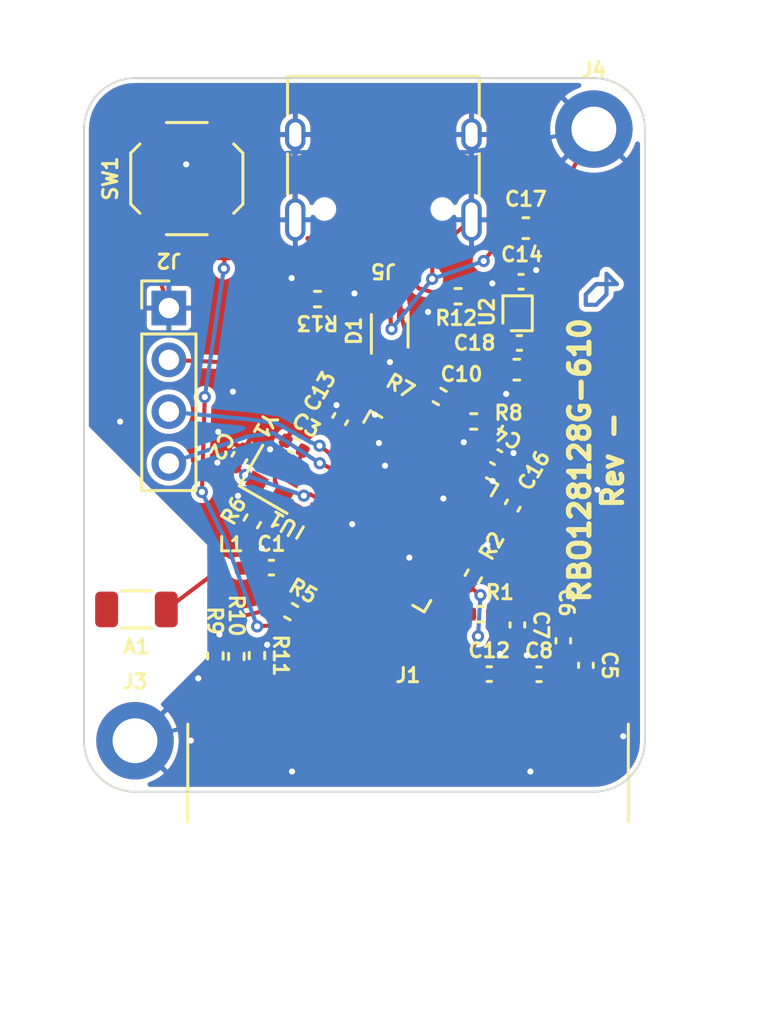
<source format=kicad_pcb>
(kicad_pcb (version 20211014) (generator pcbnew)
  (layers (0 "F.Cu" signal) (31 "B.Cu" signal) (34 "B.Paste" user) (35 "F.Paste" user) (36 "B.SilkS" user "B.Silkscreen") (37 "F.SilkS" user "F.Silkscreen") (38 "B.Mask" user) (39 "F.Mask" user) (44 "Edge.Cuts" user))
  (net 0 "")
  (net 1 "Net-(A1-Pad1)")
  (net 3 "Net-(C1-Pad1)")
  (net 4 "Net-(C1-Pad2)")
  (net 5 "GND")
  (net 6 "Net-(C2-Pad2)")
  (net 7 "Net-(C3-Pad2)")
  (net 8 "Net-(C4-Pad1)")
  (net 9 "Net-(C5-Pad2)")
  (net 10 "Net-(C6-Pad2)")
  (net 11 "Net-(C7-Pad2)")
  (net 12 "Net-(C8-Pad1)")
  (net 13 "Net-(C8-Pad2)")
  (net 14 "VDD")
  (net 15 "VBUS")
  (net 16 "D+")
  (net 17 "D-")
  (net 18 "TX")
  (net 19 "RX")
  (net 20 "Net-(J5-PadA5)")
  (net 22 "Net-(J5-PadB5)")
  (net 25 "GPIO0")
  (net 26 "CHIP_PU")
  (net 27 "Net-(R7-Pad2)")
  (net 28 "Net-(R8-Pad1)")
  (net 29 "Net-(J1-Pad1)")
  (net 30 "Net-(J1-Pad2)")
  (net 31 "Net-(J1-Pad3)")
  (net 32 "LCDCS")
  (net 33 "LCDRST")
  (net 34 "LCDA0")
  (net 35 "LCD_RDWR")
  (net 36 "LCD_E_RD")
  (net 37 "LCD_DB0")
  (net 38 "LCD_DB1")
  (net 39 "LCD_DB2")
  (net 40 "LCD_DB3")
  (net 41 "LCD_DB4")
  (net 42 "LCD_DB5")
  (net 43 "LCDSCK")
  (net 44 "LCDSDA")
  (net 49 "DAC1")
  (net 50 "DAC2")
  (footprint "Resistor_SMD:R_0402_1005Metric" (layer "F.Cu") (at 127.34 70.7)
    (fp_text reference "R12")
    (fp_text value "5.1k")
  )
  (footprint "Resistor_SMD:R_0402_1005Metric" (layer "F.Cu") (at 120.45 70.84 180)
    (fp_text reference "R13")
    (fp_text value "5.1k")
  )
  (footprint "Resistor_SMD:R_0402_1005Metric" (layer "F.Cu") (at 128.09 84.45 60)
    (fp_text reference "R2")
    (fp_text value "10k")
  )
  (footprint "Resistor_SMD:R_0402_1005Metric" (layer "F.Cu") (at 117.48 88.32 -90)
    (fp_text reference "R11")
    (fp_text value "22")
  )
  (footprint "Capacitor_SMD:C_0402_1005Metric" (layer "F.Cu") (at 129.21 78.59 -30)
    (fp_text reference "C4")
    (fp_text value "1u")
  )
  (footprint "cnhardware:RBO128128G-610" (layer "F.Cu") (at 124.89 91.6875)
    (fp_text reference "J1")
    (fp_text value "RBO128128G-610")
  )
  (footprint "Resistor_SMD:R_0402_1005Metric" (layer "F.Cu") (at 128.11 76.84 180)
    (fp_text reference "R8")
    (fp_text value "22")
  )
  (footprint "cnhardware:xdfn-reg" (layer "F.Cu") (at 130.26 71.54)
    (fp_text reference "U2")
    (fp_text value "3.3vReg")
  )
  (footprint "Capacitor_SMD:C_0402_1005Metric" (layer "F.Cu") (at 132.5 87.6 -90)
    (fp_text reference "C6")
    (fp_text value "1u")
  )
  (footprint "Crystal:Crystal_SMD_2016-4Pin_2.0x1.6mm" (layer "F.Cu") (at 118.36 79.68 -30)
    (fp_text reference "Y1")
    (fp_text value "40MHz")
  )
  (footprint "Capacitor_SMD:C_0402_1005Metric" (layer "F.Cu") (at 130.35 72.99)
    (fp_text reference "C18")
    (fp_text value "1u")
  )
  (footprint "Package_TO_SOT_SMD:SOT-666" (layer "F.Cu") (at 123.99 72.4 90)
    (fp_text reference "D1")
    (fp_text value "USBLC6-2P6-TVS")
  )
  (footprint "Capacitor_SMD:C_0402_1005Metric" (layer "F.Cu") (at 116.62 78.63 -120)
    (fp_text reference "C2")
    (fp_text value "10p")
  )
  (footprint "Connector_PinHeader_2.54mm:PinHeader_1x04_P2.54mm_Vertical" (layer "F.Cu") (at 113.16 71.28)
    (fp_text reference "J2")
    (fp_text value "PGM")
  )
  (footprint "Capacitor_SMD:C_0402_1005Metric" (layer "F.Cu") (at 121.56 76.725692 60)
    (fp_text reference "C13")
    (fp_text value "1u")
  )
  (footprint "Capacitor_SMD:C_0402_1005Metric" (layer "F.Cu") (at 133.61 88.8 -90)
    (fp_text reference "C5")
    (fp_text value "1u")
  )
  (footprint "Button_Switch_SMD:SW_SPST_TL3342" (layer "F.Cu") (at 114.04 64.93 90)
    (fp_text reference "SW1")
    (fp_text value "TS-1187A-B-A-B")
  )
  (footprint "Inductor_SMD:L_0402_1005Metric" (layer "F.Cu") (at 116.2 84.04)
    (fp_text reference "L1")
    (fp_text value "6.8nH")
  )
  (footprint "MountingHole:MountingHole_2.2mm_M2_DIN965_Pad" (layer "F.Cu") (at 111.5 92.5)
    (fp_text reference "J3")
    (fp_text value "MOUNT")
  )
  (footprint "Capacitor_SMD:C_0603_1608Metric" (layer "F.Cu") (at 130.22 74.3)
    (fp_text reference "C10")
    (fp_text value "10u")
  )
  (footprint "Resistor_SMD:R_0402_1005Metric" (layer "F.Cu") (at 126.438327 75.615 -30)
    (fp_text reference "R7")
    (fp_text value "22")
  )
  (footprint "Capacitor_SMD:C_0402_1005Metric" (layer "F.Cu") (at 119.31 78.03 -30)
    (fp_text reference "C3")
    (fp_text value "10p")
  )
  (footprint "Resistor_SMD:R_0402_1005Metric" (layer "F.Cu") (at 119.16 86.17 -30)
    (fp_text reference "R5")
    (fp_text value "5.1k")
  )
  (footprint "Capacitor_SMD:C_0402_1005Metric" (layer "F.Cu") (at 128.87 89.23)
    (fp_text reference "C12")
    (fp_text value "1u")
  )
  (footprint "Capacitor_SMD:C_0402_1005Metric" (layer "F.Cu") (at 130.43 69.99 180)
    (fp_text reference "C14")
    (fp_text value "1u")
  )
  (footprint "Resistor_SMD:R_1206_3216Metric" (layer "F.Cu") (at 111.57 86.06 180)
    (fp_text reference "A1")
    (fp_text value "ANT")
  )
  (footprint "Resistor_SMD:R_0402_1005Metric" (layer "F.Cu") (at 115.44 88.34 -90)
    (fp_text reference "R9")
    (fp_text value "22")
  )
  (footprint "Resistor_SMD:R_0402_1005Metric" (layer "F.Cu") (at 128.47 86.29)
    (fp_text reference "R1")
    (fp_text value "10k")
  )
  (footprint "Connector_USB:USB_C_Receptacle_HRO_TYPE-C-31-M-12" (layer "F.Cu") (at 123.68 63.82 180)
    (fp_text reference "J5")
    (fp_text value "USB_C_Receptacle_USB2.0")
  )
  (footprint "MountingHole:MountingHole_2.2mm_M2_DIN965_Pad" (layer "F.Cu") (at 134 62.5)
    (fp_text reference "J4")
    (fp_text value "MOUNT")
  )
  (footprint "Capacitor_SMD:C_0402_1005Metric" (layer "F.Cu") (at 130.25 86.82 -90)
    (fp_text reference "C7")
    (fp_text value "1u")
  )
  (footprint "Capacitor_SMD:C_0402_1005Metric" (layer "F.Cu") (at 131.31 89.24)
    (fp_text reference "C8")
    (fp_text value "1u")
  )
  (footprint "Capacitor_SMD:C_0402_1005Metric" (layer "F.Cu") (at 118.19 84.01)
    (fp_text reference "C1")
    (fp_text value "10p")
  )
  (footprint "Capacitor_SMD:C_0402_1005Metric" (layer "F.Cu") (at 130.02 80.965692 60)
    (fp_text reference "C16")
    (fp_text value "1u")
  )
  (footprint "Resistor_SMD:R_0402_1005Metric" (layer "F.Cu") (at 117.25 81.74 -120)
    (fp_text reference "R6")
    (fp_text value "5.1k")
  )
  (footprint "Capacitor_SMD:C_0603_1608Metric" (layer "F.Cu") (at 130.665 67.36)
    (fp_text reference "C17")
    (fp_text value "10u")
  )
  (footprint "cnhardware:ESP32S2" (layer "F.Cu") (at 124.36 81.25 60)
    (fp_text reference "U1")
    (fp_text value "ESP32-S2")
  )
  (footprint "Resistor_SMD:R_0402_1005Metric" (layer "F.Cu") (at 116.47 88.37 -90)
    (fp_text reference "R10")
    (fp_text value "22")
  )
  (gr_line (start 111.5 60) (end 134 60) (layer "Edge.Cuts") (width 0.1))
  (gr_line (start 109 92.5) (end 109 62.5) (layer "Edge.Cuts") (width 0.1))
  (gr_line (start 134 95) (end 111.5 95) (layer "Edge.Cuts") (width 0.1))
  (gr_arc (start 111.5 95) (mid 109.732233 94.267767) (end 109 92.5) (layer "Edge.Cuts") (width 0.1))
  (gr_arc (start 109 62.5) (mid 109.732233 60.732233) (end 111.5 60) (layer "Edge.Cuts") (width 0.1))
  (gr_arc (start 134 60) (mid 135.767767 60.732233) (end 136.5 62.5) (layer "Edge.Cuts") (width 0.1))
  (gr_line (start 136.5 62.5) (end 136.5 92.5) (layer "Edge.Cuts") (width 0.1))
  (gr_arc (start 136.5 92.5) (mid 135.767767 94.267767) (end 134 95) (layer "Edge.Cuts") (width 0.1))
  (gr_text "RBO128128G-610\nRev -" (at 134.112 78.74 90) (layer "F.SilkS") (effects (font (size 1 1) (thickness 0.25))))
  (segment (start 134.112 71.12) (end 133.604 71.12) (width 0.2) (layer "F.Cu") (net 0))
  (segment (start 134.112 70.104) (end 135.128 70.104) (width 0.2) (layer "F.Cu") (net 0))
  (segment (start 134.62 69.596) (end 134.62 70.612) (width 0.2) (layer "F.Cu") (net 0))
  (segment (start 133.604 71.12) (end 133.604 70.612) (width 0.2) (layer "F.Cu") (net 0))
  (segment (start 134.62 70.612) (end 134.112 71.12) (width 0.2) (layer "F.Cu") (net 0))
  (segment (start 135.128 70.104) (end 134.62 69.596) (width 0.2) (layer "F.Cu") (net 0))
  (segment (start 133.604 70.612) (end 134.112 70.104) (width 0.2) (layer "F.Cu") (net 0))
  (segment (start 134.62 70.612) (end 134.112 71.12) (width 0.2) (layer "B.Cu") (net 0))
  (segment (start 134.112 71.12) (end 133.604 71.12) (width 0.2) (layer "B.Cu") (net 0))
  (segment (start 133.604 71.12) (end 133.604 70.612) (width 0.2) (layer "B.Cu") (net 0))
  (segment (start 134.112 70.104) (end 135.128 70.104) (width 0.2) (layer "B.Cu") (net 0))
  (segment (start 134.62 69.596) (end 134.62 70.612) (width 0.2) (layer "B.Cu") (net 0))
  (segment (start 135.128 70.104) (end 134.62 69.596) (width 0.2) (layer "B.Cu") (net 0))
  (segment (start 133.604 70.612) (end 134.112 70.104) (width 0.2) (layer "B.Cu") (net 0))
  (segment (start 113.0325 86.06) (end 115.715 84.04) (width 0.2) (layer "F.Cu") (net 1))
  (segment (start 116.685 84.04) (end 117.71 84.01) (width 0.2) (layer "F.Cu") (net 3))
  (segment (start 119.99 83.85) (end 120.45 83.61) (width 0.2) (layer "F.Cu") (net 4))
  (segment (start 118.67 84.01) (end 119.99 83.85) (width 0.2) (layer "F.Cu") (net 4))
  (segment (start 120.45 83.61) (end 120.735994 83.126962) (width 0.2) (layer "F.Cu") (net 4))
  (segment (start 131.17 69.42) (end 131.44 67.36) (width 0.2) (layer "F.Cu") (net 5))
  (segment (start 119.32 67.81) (end 119.32 63.63) (width 0.2) (layer "F.Cu") (net 5))
  (segment (start 118.691218 80.506314) (end 117.93 80.76) (width 0.2) (layer "F.Cu") (net 5))
  (segment (start 127.85 70.7) (end 126.89 68.725) (width 0.2) (layer "F.Cu") (net 5))
  (segment (start 123.76 79.01) (end 126.62 80.62) (width 0.2) (layer "F.Cu") (net 5))
  (segment (start 129.43 87.31) (end 129.67 86.72) (width 0.2) (layer "F.Cu") (net 5))
  (segment (start 129.67 86.72) (end 130.25 86.34) (width 0.2) (layer "F.Cu") (net 5))
  (segment (start 131.38 70.57) (end 131.24 71.66) (width 0.2) (layer "F.Cu") (net 5))
  (segment (start 112.14 61.78) (end 114.01 64.23) (width 0.2) (layer "F.Cu") (net 5))
  (segment (start 117.03 80.52) (end 116.55 80.49) (width 0.2) (layer "F.Cu") (net 5))
  (segment (start 117.61 80.68) (end 117.03 80.52) (width 0.2) (layer "F.Cu") (net 5))
  (segment (start 130.25 86.34) (end 132.5 87.12) (width 0.2) (layer "F.Cu") (net 5))
  (segment (start 118.36 79.76) (end 118.36 79.48) (width 0.2) (layer "F.Cu") (net 5))
  (segment (start 123.285853 78.104147) (end 123.43 78.19) (width 0.2) (layer "F.Cu") (net 5))
  (segment (start 123.285853 78.104147) (end 123.46 77.9) (width 0.2) (layer "F.Cu") (net 5))
  (segment (start 118.028782 78.853686) (end 116.86 78.214308) (width 0.2) (layer "F.Cu") (net 5))
  (segment (start 132.5 87.12) (end 133.61 88.32) (width 0.2) (layer "F.Cu") (net 5))
  (segment (start 117.48 87.81) (end 117.98 87.79) (width 0.2) (layer "F.Cu") (net 5))
  (segment (start 127.85 70.7) (end 129.02 70.07) (width 0.2) (layer "F.Cu") (net 5))
  (segment (start 117.93 80.76) (end 117.61 80.68) (width 0.2) (layer "F.Cu") (net 5))
  (segment (start 118.028782 78.853686) (end 118.12 78.21) (width 0.2) (layer "F.Cu") (net 5))
  (segment (start 112.14 68.08) (end 113.16 71.28) (width 0.2) (layer "F.Cu") (net 5))
  (segment (start 131.44 67.36) (end 134 62.5) (width 0.2) (layer "F.Cu") (net 5))
  (segment (start 130.83 72.99) (end 130.995 74.3) (width 0.2) (layer "F.Cu") (net 5))
  (segment (start 123.99 73.325) (end 124 73.93) (width 0.2) (layer "F.Cu") (net 5))
  (segment (start 130.61 72.04) (end 130.83 72.99) (width 0.2) (layer "F.Cu") (net 5))
  (segment (start 118.028782 78.853686) (end 118.894308 77.79) (width 0.2) (layer "F.Cu") (net 5))
  (segment (start 131.24 71.66) (end 130.61 72.04) (width 0.2) (layer "F.Cu") (net 5))
  (segment (start 119.33 80.91) (end 118.691218 80.506314) (width 0.2) (layer "F.Cu") (net 5))
  (segment (start 129.35 89.23) (end 129.29 91.6875) (width 0.2) (layer "F.Cu") (net 5))
  (segment (start 130.26 71.54) (end 130.61 72.04) (width 0.2) (layer "F.Cu") (net 5))
  (segment (start 123.43 78.19) (end 123.76 79.01) (width 0.2) (layer "F.Cu") (net 5))
  (segment (start 126.93 67.865) (end 128 66.95) (width 0.2) (layer "F.Cu") (net 5))
  (segment (start 115.64 87.29) (end 115.44 87.83) (width 0.2) (layer "F.Cu") (net 5))
  (segment (start 128.636962 80.717084) (end 130.017518 79.892482) (width 0.2) (layer "F.Cu") (net 5))
  (segment (start 126.62 80.62) (end 124.95 83.52) (width 0.2) (layer "F.Cu") (net 5))
  (segment (start 129.35 89.23) (end 129.3912 88.2412) (width 0.2) (layer "F.Cu") (net 5))
  (segment (start 126.62 80.62) (end 127.508 80.264) (width 0.2) (layer "F.Cu") (net 5))
  (segment (start 130.017518 79.892482) (end 129.625692 78.83) (width 0.2) (layer "F.Cu") (net 5))
  (segment (start 118.691218 80.506314) (end 118.36 79.76) (width 0.2) (layer "F.Cu") (net 5))
  (segment (start 129.3912 88.2412) (end 129.43 87.31) (width 0.2) (layer "F.Cu") (net 5))
  (segment (start 118.36 79.48) (end 118.028782 78.853686) (width 0.2) (layer "F.Cu") (net 5))
  (segment (start 130.26 80.55) (end 130.017518 79.892482) (width 0.2) (layer "F.Cu") (net 5))
  (segment (start 131.17 69.42) (end 130.91 69.99) (width 0.2) (layer "F.Cu") (net 5))
  (segment (start 119.94 70.84) (end 120.39 68.725) (width 0.2) (layer "F.Cu") (net 5))
  (segment (start 130.91 69.99) (end 131.38 70.57) (width 0.2) (layer "F.Cu") (net 5))
  (segment (start 112.14 68.08) (end 112.14 61.78) (width 0.2) (layer "F.Cu") (net 5))
  (segment (start 130.06 78.39) (end 129.625692 78.83) (width 0.2) (layer "F.Cu") (net 5))
  (segment (start 120.283038 81.436506) (end 119.33 80.91) (width 0.2) (layer "F.Cu") (net 5))
  (via (at 128.77 82.87) (size 0.6) (drill 0.3) (layers "F.Cu" "B.Cu") (net 5))
  (via (at 129.3912 88.2412) (size 0.6) (drill 0.3) (layers "F.Cu" "B.Cu") (net 5))
  (via (at 122.15 81.88) (size 0.6) (drill 0.3) (layers "F.Cu" "B.Cu") (net 5))
  (via (at 116.3 75.38) (size 0.6) (drill 0.3) (layers "F.Cu" "B.Cu") (net 5))
  (via (at 118.12 78.21) (size 0.6) (drill 0.3) (layers "F.Cu" "B.Cu") (net 5))
  (via (at 126.62 80.62) (size 0.6) (drill 0.3) (layers "F.Cu" "B.Cu") (net 5))
  (via (at 123.46 77.9) (size 0.6) (drill 0.3) (layers "F.Cu" "B.Cu") (net 5))
  (via (at 129.032 79.756) (size 0.6) (drill 0.3) (layers "F.Cu" "B.Cu") (net 5))
  (via (at 131.17 69.42) (size 0.6) (drill 0.3) (layers "F.Cu" "B.Cu") (net 5))
  (via (at 122.26 70.56) (size 0.6) (drill 0.3) (layers "F.Cu" "B.Cu") (net 5))
  (via (at 110.77 76.85) (size 0.6) (drill 0.3) (layers "F.Cu" "B.Cu") (net 5))
  (via (at 117.71 83.06) (size 0.6) (drill 0.3) (layers "F.Cu" "B.Cu") (net 5))
  (via (at 115.58 77.35) (size 0.6) (drill 0.3) (layers "F.Cu" "B.Cu") (net 5))
  (via (at 125.87 71.47) (size 0.6) (drill 0.3) (layers "F.Cu" "B.Cu") (net 5))
  (via (at 114.6 89.44) (size 0.6) (drill 0.3) (layers "F.Cu" "B.Cu") (net 5))
  (via (at 116.55 80.49) (size 0.6) (drill 0.3) (layers "F.Cu" "B.Cu") (net 5))
  (via (at 129.7 75.49) (size 0.6) (drill 0.3) (layers "F.Cu" "B.Cu") (net 5))
  (via (at 123.26 76.51) (size 0.6) (drill 0.3) (layers "F.Cu" "B.Cu") (net 5))
  (via (at 130.71 88.31) (size 0.6) (drill 0.3) (layers "F.Cu" "B.Cu") (net 5))
  (via (at 124.95 83.52) (size 0.6) (drill 0.3) (layers "F.Cu" "B.Cu") (net 5))
  (via (at 127.62 77.86) (size 0.6) (drill 0.3) (layers "F.Cu" "B.Cu") (net 5))
  (via (at 135.44 92.28) (size 0.6) (drill 0.3) (layers "F.Cu" "B.Cu") (net 5))
  (via (at 114.24 92.49) (size 0.6) (drill 0.3) (layers "F.Cu" "B.Cu") (net 5))
  (via (at 119.2 94.01) (size 0.6) (drill 0.3) (layers "F.Cu" "B.Cu") (net 5))
  (via (at 124 73.93) (size 0.6) (drill 0.3) (layers "F.Cu" "B.Cu") (net 5))
  (via (at 117.98 87.79) (size 0.6) (drill 0.3) (layers "F.Cu" "B.Cu") (net 5))
  (via (at 114.01 64.23) (size 0.6) (drill 0.3) (layers "F.Cu" "B.Cu") (net 5))
  (via (at 123.76 79.01) (size 0.6) (drill 0.3) (layers "F.Cu" "B.Cu") (net 5))
  (via (at 115.64 87.29) (size 0.6) (drill 0.3) (layers "F.Cu" "B.Cu") (net 5))
  (via (at 130.06 78.39) (size 0.6) (drill 0.3) (layers "F.Cu" "B.Cu") (net 5))
  (via (at 121.38 76.04) (size 0.6) (drill 0.3) (layers "F.Cu" "B.Cu") (net 5))
  (via (at 119.18 69.81) (size 0.6) (drill 0.3) (layers "F.Cu" "B.Cu") (net 5))
  (via (at 129.02 70.07) (size 0.6) (drill 0.3) (layers "F.Cu" "B.Cu") (net 5))
  (via (at 134.17 80.19) (size 0.6) (drill 0.3) (layers "F.Cu" "B.Cu") (net 5))
  (via (at 130.89 94.01) (size 0.6) (drill 0.3) (layers "F.Cu" "B.Cu") (net 5))
  (via (at 115.54 78.86) (size 0.6) (drill 0.3) (layers "F.Cu" "B.Cu") (net 5))
  (segment (start 126.62 80.62) (end 130.06 78.39) (width 0.2) (layer "B.Cu") (net 5))
  (segment (start 124 73.93) (end 129.02 70.07) (width 0.2) (layer "B.Cu") (net 5))
  (segment (start 122.15 81.88) (end 123.76 79.01) (width 0.2) (layer "B.Cu") (net 5))
  (segment (start 117.98 87.79) (end 122.15 81.88) (width 0.2) (layer "B.Cu") (net 5))
  (segment (start 120.85 79.79) (end 118.12 78.21) (width 0.2) (layer "B.Cu") (net 5))
  (segment (start 114.02 91.83) (end 111.5 92.5) (width 0.2) (layer "B.Cu") (net 5))
  (segment (start 127.96 67.81) (end 127.96 63.63) (width 0.2) (layer "B.Cu") (net 5))
  (segment (start 122.15 81.88) (end 120.85 79.79) (width 0.2) (layer "B.Cu") (net 5))
  (segment (start 117.98 87.79) (end 115.64 87.29) (width 0.2) (layer "B.Cu") (net 5))
  (segment (start 129.02 70.07) (end 131.17 69.42) (width 0.2) (layer "B.Cu") (net 5))
  (segment (start 115.34 90.15) (end 114.02 91.83) (width 0.2) (layer "B.Cu") (net 5))
  (segment (start 123.46 77.9) (end 121.38 76.04) (width 0.2) (layer "B.Cu") (net 5))
  (segment (start 127.96 63.63) (end 134 62.5) (width 0.2) (layer "B.Cu") (net 5))
  (segment (start 119.32 63.63) (end 127.96 63.63) (width 0.2) (layer "B.Cu") (net 5))
  (segment (start 115.64 87.29) (end 115.34 90.15) (width 0.2) (layer "B.Cu") (net 5))
  (segment (start 124 73.93) (end 121.38 76.04) (width 0.2) (layer "B.Cu") (net 5))
  (segment (start 114.01 64.23) (end 119.32 63.63) (width 0.2) (layer "B.Cu") (net 5))
  (segment (start 117.478782 79.806314) (end 116.9 79.47) (width 0.2) (layer "F.Cu") (net 6))
  (segment (start 120.11 80.42) (end 119.78 80.48) (width 0.2) (layer "F.Cu") (net 6))
  (segment (start 120.683038 80.743686) (end 120.11 80.42) (width 0.2) (layer "F.Cu") (net 6))
  (segment (start 116.9 79.47) (end 116.38 79.045692) (width 0.2) (layer "F.Cu") (net 6))
  (via (at 119.78 80.48) (size 0.6) (drill 0.3) (layers "F.Cu" "B.Cu") (net 6))
  (via (at 116.9 79.47) (size 0.6) (drill 0.3) (layers "F.Cu" "B.Cu") (net 6))
  (segment (start 119.78 80.48) (end 116.9 79.47) (width 0.2) (layer "B.Cu") (net 6))
  (segment (start 120.07 79.76) (end 119.241218 79.553686) (width 0.2) (layer "F.Cu") (net 7))
  (segment (start 120.883038 80.397275) (end 120.51 80.19) (width 0.2) (layer "F.Cu") (net 7))
  (segment (start 120.51 80.19) (end 120.31 79.92) (width 0.2) (layer "F.Cu") (net 7))
  (segment (start 119.241218 79.553686) (end 119.725692 78.27) (width 0.2) (layer "F.Cu") (net 7))
  (segment (start 120.31 79.92) (end 120.07 79.76) (width 0.2) (layer "F.Cu") (net 7))
  (segment (start 127.984006 79.373038) (end 128.34 78.75) (width 0.2) (layer "F.Cu") (net 8))
  (segment (start 128.34 78.75) (end 128.794308 78.35) (width 0.2) (layer "F.Cu") (net 8))
  (segment (start 133.61 89.28) (end 133.29 89.93) (width 0.2) (layer "F.Cu") (net 9))
  (segment (start 133.29 89.93) (end 133.29 91.6875) (width 0.2) (layer "F.Cu") (net 9))
  (segment (start 132.5 88.08) (end 132.49 91.6875) (width 0.2) (layer "F.Cu") (net 10))
  (segment (start 130.09 91.6875) (end 130.07 88.29) (width 0.2) (layer "F.Cu") (net 11))
  (segment (start 130.07 88.29) (end 130.25 87.3) (width 0.2) (layer "F.Cu") (net 11))
  (segment (start 130.85 90.08) (end 130.83 89.24) (width 0.2) (layer "F.Cu") (net 12))
  (segment (start 130.89 91.6875) (end 130.85 90.08) (width 0.2) (layer "F.Cu") (net 12))
  (segment (start 131.68 90.29) (end 131.69 91.6875) (width 0.2) (layer "F.Cu") (net 13))
  (segment (start 131.79 89.24) (end 131.68 90.29) (width 0.2) (layer "F.Cu") (net 13))
  (segment (start 121.08 81.77) (end 121.03 81.42) (width 0.2) (layer "F.Cu") (net 14))
  (segment (start 129.19 85.62) (end 131.67 83.19) (width 0.2) (layer "F.Cu") (net 14))
  (segment (start 127.43 83.71) (end 127.036962 83.488365) (width 0.2) (layer "F.Cu") (net 14))
  (segment (start 128.8 81.28) (end 128.91 81.32) (width 0.2) (layer "F.Cu") (net 14))
  (segment (start 121.49 82.63) (end 120.930509 82.020509) (width 0.2) (layer "F.Cu") (net 14))
  (segment (start 121.03 81.42) (end 120.483038 81.090096) (width 0.2) (layer "F.Cu") (net 14))
  (segment (start 131.63 76.42) (end 129.445 74.3) (width 0.2) (layer "F.Cu") (net 14))
  (segment (start 127.036962 83.488365) (end 126.258014 83.048014) (width 0.2) (layer "F.Cu") (net 14))
  (segment (start 128.436962 81.063494) (end 128.8 81.28) (width 0.2) (layer "F.Cu") (net 14))
  (segment (start 128.345 84.008327) (end 128.94 84.87) (width 0.2) (layer "F.Cu") (net 14))
  (segment (start 118.718327 85.915) (end 119.33 85.06) (width 0.2) (layer "F.Cu") (net 14))
  (segment (start 128.345 84.008327) (end 127.52 83.75) (width 0.2) (layer "F.Cu") (net 14))
  (segment (start 126.258014 83.048014) (end 126.04 83.41) (width 0.2) (layer "F.Cu") (net 14))
  (segment (start 120.14 84.63) (end 120.64 84.16) (width 0.2) (layer "F.Cu") (net 14))
  (segment (start 120.930509 82.020509) (end 121.08 81.77) (width 0.2) (layer "F.Cu") (net 14))
  (segment (start 128.43 89.87) (end 128.39 89.23) (width 0.2) (layer "F.Cu") (net 14))
  (segment (start 133.23 80.71) (end 133.02 78.78) (width 0.2) (layer "F.Cu") (net 14))
  (segment (start 122.89 78.34) (end 123 78.54) (width 0.2) (layer "F.Cu") (net 14))
  (segment (start 122.283038 77.972404) (end 122.89 78.34) (width 0.2) (layer "F.Cu") (net 14))
  (segment (start 121.082404 83.326962) (end 121.49 82.63) (width 0.2) (layer "F.Cu") (net 14))
  (segment (start 125.05 84.34) (end 124.6 84.24) (width 0.2) (layer "F.Cu") (net 14))
  (segment (start 127.52 83.75) (end 127.43 83.71) (width 0.2) (layer "F.Cu") (net 14))
  (segment (start 124.6 84.24) (end 122.16 82.86) (width 0.2) (layer "F.Cu") (net 14))
  (segment (start 121.929 80.479) (end 121.47 81.31) (width 0.2) (layer "F.Cu") (net 14))
  (segment (start 129.445 74.3) (end 129.87 72.99) (width 0.2) (layer "F.Cu") (net 14))
  (segment (start 133.02 78.78) (end 131.63 76.42) (width 0.2) (layer "F.Cu") (net 14))
  (segment (start 121.68 80.38) (end 121.929 80.479) (width 0.2) (layer "F.Cu") (net 14))
  (segment (start 120.389584 82.926962) (end 120.930509 82.020509) (width 0.2) (layer "F.Cu") (net 14))
  (segment (start 128.99 87.39) (end 128.52 88.38) (width 0.2) (layer "F.Cu") (net 14))
  (segment (start 118.718327 85.915) (end 116.88 86.36) (width 0.2) (layer "F.Cu") (net 14))
  (segment (start 123 78.54) (end 121.929 80.479) (width 0.2) (layer "F.Cu") (net 14))
  (segment (start 120.389584 82.926962) (end 116.995 82.181673) (width 0.2) (layer "F.Cu") (net 14))
  (segment (start 116.88 86.36) (end 116.47 87.86) (width 0.2) (layer "F.Cu") (net 14))
  (segment (start 127.63 80.77) (end 126.258014 83.048014) (width 0.2) (layer "F.Cu") (net 14))
  (segment (start 128.94 84.87) (end 129.19 85.62) (width 0.2) (layer "F.Cu") (net 14))
  (segment (start 120.64 84.16) (end 121.082404 83.326962) (width 0.2) (layer "F.Cu") (net 14))
  (segment (start 119.33 85.06) (end 120.14 84.63) (width 0.2) (layer "F.Cu") (net 14))
  (segment (start 125.33 84.2) (end 125.05 84.34) (width 0.2) (layer "F.Cu") (net 14))
  (segment (start 113.16 73.82) (end 115.97 73.94) (width 0.2) (layer "F.Cu") (net 14))
  (segment (start 129.87 72.99) (end 129.91 72.04) (width 0.2) (layer "F.Cu") (net 14))
  (segment (start 121.083038 80.050865) (end 121.68 80.38) (width 0.2) (layer "F.Cu") (net 14))
  (segment (start 128.436962 81.063494) (end 127.87 80.74) (width 0.2) (layer "F.Cu") (net 14))
  (segment (start 129.78 81.381384) (end 128.91 81.32) (width 0.2) (layer "F.Cu") (net 14))
  (segment (start 122.16 82.86) (end 121.86 82.81) (width 0.2) (layer "F.Cu") (net 14))
  (segment (start 127.87 80.74) (end 127.63 80.77) (width 0.2) (layer "F.Cu") (net 14))
  (segment (start 115.97 73.94) (end 121.32 77.141384) (width 0.2) (layer "F.Cu") (net 14))
  (segment (start 121.47 81.31) (end 121.08 81.77) (width 0.2) (layer "F.Cu") (net 14))
  (segment (start 126.04 83.41) (end 125.33 84.2) (width 0.2) (layer "F.Cu") (net 14))
  (segment (start 131.67 83.19) (end 133.23 80.71) (width 0.2) (layer "F.Cu") (net 14))
  (segment (start 128.49 91.6875) (end 128.43 89.87) (width 0.2) (layer "F.Cu") (net 14))
  (segment (start 121.86 82.81) (end 121.428814 83.526962) (width 0.2) (layer "F.Cu") (net 14))
  (segment (start 129.19 85.62) (end 128.98 86.29) (width 0.2) (layer "F.Cu") (net 14))
  (segment (start 121.49 82.63) (end 121.86 82.81) (width 0.2) (layer "F.Cu") (net 14))
  (segment (start 128.98 86.29) (end 128.99 87.39) (width 0.2) (layer "F.Cu") (net 14))
  (segment (start 128.52 88.38) (end 128.39 89.23) (width 0.2) (layer "F.Cu") (net 14))
  (segment (start 121.54 77.53) (end 121.32 77.141384) (width 0.2) (layer "F.Cu") (net 14))
  (segment (start 122.283038 77.972404) (end 121.54 77.53) (width 0.2) (layer "F.Cu") (net 14))
  (segment (start 124.32 65.9) (end 123.24 65.95) (width 0.2) (layer "F.Cu") (net 15))
  (segment (start 126.13 67.865) (end 126.09 68.725) (width 0.2) (layer "F.Cu") (net 15))
  (segment (start 129.89 67.36) (end 128.6 68.97) (width 0.2) (layer "F.Cu") (net 15))
  (segment (start 129.89 67.36) (end 129.95 69.99) (width 0.2) (layer "F.Cu") (net 15))
  (segment (start 121.64 66.53) (end 121.48 66.64) (width 0.2) (layer "F.Cu") (net 15))
  (segment (start 121.23 67.865) (end 121.48 66.64) (width 0.2) (layer "F.Cu") (net 15))
  (segment (start 124.08 72.31) (end 123.99 71.475) (width 0.2) (layer "F.Cu") (net 15))
  (segment (start 130.61 71.04) (end 130.36 70.65) (width 0.2) (layer "F.Cu") (net 15))
  (segment (start 130.36 70.65) (end 129.95 69.99) (width 0.2) (layer "F.Cu") (net 15))
  (segment (start 123.24 65.95) (end 121.64 66.53) (width 0.2) (layer "F.Cu") (net 15))
  (segment (start 126.09 68.725) (end 126.07 69.85) (width 0.2) (layer "F.Cu") (net 15))
  (segment (start 129.91 71.04) (end 129.95 69.99) (width 0.2) (layer "F.Cu") (net 15))
  (segment (start 125.37 66.39) (end 125.99 67) (width 0.2) (layer "F.Cu") (net 15))
  (segment (start 125.37 66.39) (end 124.32 65.9) (width 0.2) (layer "F.Cu") (net 15))
  (segment (start 125.99 67) (end 126.13 67.865) (width 0.2) (layer "F.Cu") (net 15))
  (via (at 128.6 68.97) (size 0.6) (drill 0.3) (layers "F.Cu" "B.Cu") (net 15))
  (via (at 124.08 72.31) (size 0.6) (drill 0.3) (layers "F.Cu" "B.Cu") (net 15))
  (via (at 126.07 69.85) (size 0.6) (drill 0.3) (layers "F.Cu" "B.Cu") (net 15))
  (segment (start 128.6 68.97) (end 126.07 69.85) (width 0.2) (layer "B.Cu") (net 15))
  (segment (start 126.07 69.85) (end 124.08 72.31) (width 0.2) (layer "B.Cu") (net 15))
  (segment (start 123.4525 73.25) (end 123.4525 71.55) (width 0.2) (layer "F.Cu") (net 16))
  (segment (start 123.4525 73.25) (end 123.35 74.01) (width 0.2) (layer "F.Cu") (net 16))
  (segment (start 123.22 66.81) (end 122.96 66.95) (width 0.2) (layer "F.Cu") (net 16))
  (segment (start 123.04 70.45) (end 122.89 69.7) (width 0.2) (layer "F.Cu") (net 16))
  (segment (start 123.95 67.05) (end 123.74 66.87) (width 0.2) (layer "F.Cu") (net 16))
  (segment (start 123.4525 71.55) (end 123.04 70.45) (width 0.2) (layer "F.Cu") (net 16))
  (segment (start 123.54 74.57) (end 125.4 76.25) (width 0.2) (layer "F.Cu") (net 16))
  (segment (start 122.89 69.7) (end 122.89 68.725) (width 0.2) (layer "F.Cu") (net 16))
  (segment (start 123.35 74.01) (end 123.54 74.57) (width 0.2) (layer "F.Cu") (net 16))
  (segment (start 123.74 66.87) (end 123.59 66.8) (width 0.2) (layer "F.Cu") (net 16))
  (segment (start 122.96 66.95) (end 122.93 67.865) (width 0.2) (layer "F.Cu") (net 16))
  (segment (start 123.93 67.865) (end 123.95 67.05) (width 0.2) (layer "F.Cu") (net 16))
  (segment (start 125.4 76.25) (end 126.59 76.77) (width 0.2) (layer "F.Cu") (net 16))
  (segment (start 122.93 67.865) (end 122.89 68.725) (width 0.2) (layer "F.Cu") (net 16))
  (segment (start 126.59 76.77) (end 127.6 76.84) (width 0.2) (layer "F.Cu") (net 16))
  (segment (start 123.59 66.8) (end 123.22 66.81) (width 0.2) (layer "F.Cu") (net 16))
  (segment (start 124.52 71.02) (end 124.5275 71.55) (width 0.2) (layer "F.Cu") (net 17))
  (segment (start 124.36 70.64) (end 124.52 71.02) (width 0.2) (layer "F.Cu") (net 17))
  (segment (start 123.39 68.725) (end 123.37 69.72) (width 0.2) (layer "F.Cu") (net 17))
  (segment (start 124.69 73.78) (end 124.5275 73.25) (width 0.2) (layer "F.Cu") (net 17))
  (segment (start 123.39 68.725) (end 123.43 67.865) (width 0.2) (layer "F.Cu") (net 17))
  (segment (start 124.39 68.725) (end 124.43 67.865) (width 0.2) (layer "F.Cu") (net 17))
  (segment (start 123.56 70.08) (end 123.98 70.3) (width 0.2) (layer "F.Cu") (net 17))
  (segment (start 125.996654 75.36) (end 125.03 74.58) (width 0.2) (layer "F.Cu") (net 17))
  (segment (start 125.03 74.58) (end 124.69 73.78) (width 0.2) (layer "F.Cu") (net 17))
  (segment (start 124.39 68.725) (end 124.36 70.64) (width 0.2) (layer "F.Cu") (net 17))
  (segment (start 124.5275 71.55) (end 124.72 72.31) (width 0.2) (layer "F.Cu") (net 17))
  (segment (start 124.72 72.31) (end 124.5275 73.25) (width 0.2) (layer "F.Cu") (net 17))
  (segment (start 123.98 70.3) (end 124.36 70.64) (width 0.2) (layer "F.Cu") (net 17))
  (segment (start 123.37 69.72) (end 123.56 70.08) (width 0.2) (layer "F.Cu") (net 17))
  (segment (start 121.25 78.75) (end 121.683038 79.011635) (width 0.2) (layer "F.Cu") (net 18))
  (segment (start 121.16 78.67) (end 121.25 78.75) (width 0.2) (layer "F.Cu") (net 18))
  (segment (start 121.05 78.41) (end 121.16 78.67) (width 0.2) (layer "F.Cu") (net 18))
  (segment (start 120.55 78.03) (end 121.05 78.41) (width 0.2) (layer "F.Cu") (net 18))
  (via (at 120.55 78.03) (size 0.6) (drill 0.3) (layers "F.Cu" "B.Cu") (net 18))
  (segment (start 113.16 76.36) (end 117.09 76.74) (width 0.2) (layer "B.Cu") (net 18))
  (segment (start 118.46 76.93) (end 120.09 77.85) (width 0.2) (layer "B.Cu") (net 18))
  (segment (start 120.09 77.85) (end 120.55 78.03) (width 0.2) (layer "B.Cu") (net 18))
  (segment (start 117.09 76.74) (end 118.46 76.93) (width 0.2) (layer "B.Cu") (net 18))
  (segment (start 120.88 79.03) (end 120.56 78.89) (width 0.2) (layer "F.Cu") (net 19))
  (segment (start 121.483038 79.358045) (end 120.88 79.03) (width 0.2) (layer "F.Cu") (net 19))
  (via (at 120.56 78.89) (size 0.6) (drill 0.3) (layers "F.Cu" "B.Cu") (net 19))
  (segment (start 118.29 77.41) (end 117.05 77.57) (width 0.2) (layer "B.Cu") (net 19))
  (segment (start 120.56 78.89) (end 118.29 77.41) (width 0.2) (layer "B.Cu") (net 19))
  (segment (start 117.05 77.57) (end 113.16 78.9) (width 0.2) (layer "B.Cu") (net 19))
  (segment (start 125.02 69.69) (end 124.92 68.76) (width 0.2) (layer "F.Cu") (net 20))
  (segment (start 125.4 70.31) (end 125.02 69.69) (width 0.2) (layer "F.Cu") (net 20))
  (segment (start 124.92 68.76) (end 124.93 67.865) (width 0.2) (layer "F.Cu") (net 20))
  (segment (start 126.83 70.7) (end 125.4 70.31) (width 0.2) (layer "F.Cu") (net 20))
  (segment (start 121.91 69.79) (end 121.93 67.865) (width 0.2) (layer "F.Cu") (net 22))
  (segment (start 120.96 70.84) (end 121.91 69.79) (width 0.2) (layer "F.Cu") (net 22))
  (segment (start 114.78 80.3) (end 114.92 75.64) (width 0.2) (layer "F.Cu") (net 25))
  (segment (start 115.94 61.78) (end 115.94 68.08) (width 0.2) (layer "F.Cu") (net 25))
  (segment (start 119.601673 86.425) (end 118.92 86.8) (width 0.2) (layer "F.Cu") (net 25))
  (segment (start 121.4 84.36) (end 121.775225 83.726962) (width 0.2) (layer "F.Cu") (net 25))
  (segment (start 118.92 86.8) (end 117.49 86.89) (width 0.2) (layer "F.Cu") (net 25))
  (segment (start 119.601673 86.425) (end 121.4 84.36) (width 0.2) (layer "F.Cu") (net 25))
  (segment (start 115.86 69.34) (end 115.94 68.08) (width 0.2) (layer "F.Cu") (net 25))
  (via (at 117.49 86.89) (size 0.6) (drill 0.3) (layers "F.Cu" "B.Cu") (net 25))
  (via (at 114.78 80.3) (size 0.6) (drill 0.3) (layers "F.Cu" "B.Cu") (net 25))
  (via (at 114.92 75.64) (size 0.6) (drill 0.3) (layers "F.Cu" "B.Cu") (net 25))
  (via (at 115.86 69.34) (size 0.6) (drill 0.3) (layers "F.Cu" "B.Cu") (net 25))
  (segment (start 114.92 75.64) (end 115.86 69.34) (width 0.2) (layer "B.Cu") (net 25))
  (segment (start 115.95 82.69) (end 117.49 86.89) (width 0.2) (layer "B.Cu") (net 25))
  (segment (start 115.95 82.69) (end 114.78 80.3) (width 0.2) (layer "B.Cu") (net 25))
  (segment (start 119.6 81.54) (end 120.083038 81.782916) (width 0.2) (layer "F.Cu") (net 26))
  (segment (start 119.34 81.68) (end 119.6 81.54) (width 0.2) (layer "F.Cu") (net 26))
  (segment (start 117.505 81.298327) (end 118.84 81.83) (width 0.2) (layer "F.Cu") (net 26))
  (segment (start 118.84 81.83) (end 119.34 81.68) (width 0.2) (layer "F.Cu") (net 26))
  (segment (start 126.88 75.87) (end 127.91 76.13) (width 0.2) (layer "F.Cu") (net 27))
  (segment (start 130.39 82.33) (end 129.44 82.52) (width 0.2) (layer "F.Cu") (net 27))
  (segment (start 129 76.1) (end 129.85 76.45) (width 0.2) (layer "F.Cu") (net 27))
  (segment (start 129.85 76.45) (end 131.76 78.6) (width 0.2) (layer "F.Cu") (net 27))
  (segment (start 131.79 81.02) (end 131.06 81.91) (width 0.2) (layer "F.Cu") (net 27))
  (segment (start 127.91 76.13) (end 129 76.1) (width 0.2) (layer "F.Cu") (net 27))
  (segment (start 131.06 81.91) (end 130.39 82.33) (width 0.2) (layer "F.Cu") (net 27))
  (segment (start 132.04 80.07) (end 131.79 81.02) (width 0.2) (layer "F.Cu") (net 27))
  (segment (start 128.48 82.01) (end 128.036962 81.756314) (width 0.2) (layer "F.Cu") (net 27))
  (segment (start 131.76 78.6) (end 132.04 80.07) (width 0.2) (layer "F.Cu") (net 27))
  (segment (start 129.44 82.52) (end 128.61 82.12) (width 0.2) (layer "F.Cu") (net 27))
  (segment (start 128.61 82.12) (end 128.48 82.01) (width 0.2) (layer "F.Cu") (net 27))
  (segment (start 129.29 82) (end 129.6 82.07) (width 0.2) (layer "F.Cu") (net 28))
  (segment (start 131.42 80.82) (end 131.6 80.06) (width 0.2) (layer "F.Cu") (net 28))
  (segment (start 129.95 82.02) (end 130.29 81.92) (width 0.2) (layer "F.Cu") (net 28))
  (segment (start 128.83 81.75) (end 129.29 82) (width 0.2) (layer "F.Cu") (net 28))
  (segment (start 130.85 81.55) (end 131.42 80.82) (width 0.2) (layer "F.Cu") (net 28))
  (segment (start 131.6 80.06) (end 131.39 78.81) (width 0.2) (layer "F.Cu") (net 28))
  (segment (start 128.236962 81.409904) (end 128.83 81.75) (width 0.2) (layer "F.Cu") (net 28))
  (segment (start 129.6 82.07) (end 129.95 82.02) (width 0.2) (layer "F.Cu") (net 28))
  (segment (start 129.85 77.12) (end 129.28 76.9) (width 0.2) (layer "F.Cu") (net 28))
  (segment (start 130.29 81.92) (end 130.85 81.55) (width 0.2) (layer "F.Cu") (net 28))
  (segment (start 129.28 76.9) (end 128.62 76.84) (width 0.2) (layer "F.Cu") (net 28))
  (segment (start 131.39 78.81) (end 129.85 77.12) (width 0.2) (layer "F.Cu") (net 28))
  (segment (start 115.69 91.6875) (end 115.69 90.01) (width 0.2) (layer "F.Cu") (net 29))
  (segment (start 115.69 90.01) (end 115.44 88.85) (width 0.2) (layer "F.Cu") (net 29))
  (segment (start 116.49 91.6875) (end 116.45 90.05) (width 0.2) (layer "F.Cu") (net 30))
  (segment (start 116.45 90.05) (end 116.47 88.88) (width 0.2) (layer "F.Cu") (net 30))
  (segment (start 117.23 89.6) (end 117.48 88.83) (width 0.2) (layer "F.Cu") (net 31))
  (segment (start 117.29 91.6875) (end 117.23 89.6) (width 0.2) (layer "F.Cu") (net 31))
  (segment (start 122.121635 83.926962) (end 120.34 86.87) (width 0.2) (layer "F.Cu") (net 32))
  (segment (start 118.12 90.2) (end 118.09 91.6875) (width 0.2) (layer "F.Cu") (net 32))
  (segment (start 120.34 86.87) (end 118.12 90.2) (width 0.2) (layer "F.Cu") (net 32))
  (segment (start 121.94 85) (end 122.2 84.58) (width 0.2) (layer "F.Cu") (net 33))
  (segment (start 118.89 91.6875) (end 118.89 90.4) (width 0.2) (layer "F.Cu") (net 33))
  (segment (start 122.2 84.58) (end 122.468045 84.126962) (width 0.2) (layer "F.Cu") (net 33))
  (segment (start 118.89 90.4) (end 121.94 85) (width 0.2) (layer "F.Cu") (net 33))
  (segment (start 122.41 85) (end 122.28 85.2) (width 0.2) (layer "F.Cu") (net 34))
  (segment (start 122.814455 84.326962) (end 122.41 85) (width 0.2) (layer "F.Cu") (net 34))
  (segment (start 119.69 90.31) (end 119.69 91.6875) (width 0.2) (layer "F.Cu") (net 34))
  (segment (start 122.28 85.2) (end 119.69 90.31) (width 0.2) (layer "F.Cu") (net 34))
  (segment (start 122.54 85.65) (end 122.72 85.24) (width 0.2) (layer "F.Cu") (net 35))
  (segment (start 122.9 84.96) (end 123.160865 84.526962) (width 0.2) (layer "F.Cu") (net 35))
  (segment (start 120.48 90.41) (end 122.54 85.65) (width 0.2) (layer "F.Cu") (net 35))
  (segment (start 122.72 85.24) (end 122.9 84.96) (width 0.2) (layer "F.Cu") (net 35))
  (segment (start 120.49 91.6875) (end 120.48 90.41) (width 0.2) (layer "F.Cu") (net 35))
  (segment (start 123.507275 84.726962) (end 123.15 85.32) (width 0.2) (layer "F.Cu") (net 36))
  (segment (start 123.15 85.32) (end 122.94 85.71) (width 0.2) (layer "F.Cu") (net 36))
  (segment (start 121.27 90.32) (end 121.29 91.6875) (width 0.2) (layer "F.Cu") (net 36))
  (segment (start 122.94 85.71) (end 121.27 90.32) (width 0.2) (layer "F.Cu") (net 36))
  (segment (start 122.09 91.6875) (end 122.08 90.38) (width 0.2) (layer "F.Cu") (net 37))
  (segment (start 123.36 85.76) (end 123.54 85.45) (width 0.2) (layer "F.Cu") (net 37))
  (segment (start 122.08 90.38) (end 123.36 85.76) (width 0.2) (layer "F.Cu") (net 37))
  (segment (start 123.54 85.45) (end 123.853686 84.926962) (width 0.2) (layer "F.Cu") (net 37))
  (segment (start 124.200096 85.126962) (end 123.77 85.84) (width 0.2) (layer "F.Cu") (net 38))
  (segment (start 122.89 90.4) (end 122.89 91.6875) (width 0.2) (layer "F.Cu") (net 38))
  (segment (start 123.77 85.84) (end 122.89 90.4) (width 0.2) (layer "F.Cu") (net 38))
  (segment (start 124.19 85.92) (end 124.546506 85.326962) (width 0.2) (layer "F.Cu") (net 39))
  (segment (start 123.68 90.38) (end 124.19 85.92) (width 0.2) (layer "F.Cu") (net 39))
  (segment (start 123.69 91.6875) (end 123.68 90.38) (width 0.2) (layer "F.Cu") (net 39))
  (segment (start 124.892916 85.526962) (end 124.58 86.06) (width 0.2) (layer "F.Cu") (net 40))
  (segment (start 124.58 86.06) (end 124.49 91.6875) (width 0.2) (layer "F.Cu") (net 40))
  (segment (start 126.66 86.29) (end 126.53 85.69) (width 0.2) (layer "F.Cu") (net 41))
  (segment (start 125.35 89.11) (end 126.39 87.34) (width 0.2) (layer "F.Cu") (net 41))
  (segment (start 126.53 85.69) (end 126.39 85.49) (width 0.2) (layer "F.Cu") (net 41))
  (segment (start 126.39 85.49) (end 126.036962 85.220416) (width 0.2) (layer "F.Cu") (net 41))
  (segment (start 125.29 91.6875) (end 125.35 89.11) (width 0.2) (layer "F.Cu") (net 41))
  (segment (start 126.39 87.34) (end 126.66 86.29) (width 0.2) (layer "F.Cu") (net 41))
  (segment (start 126.236962 84.874006) (end 126.79 85.2) (width 0.2) (layer "F.Cu") (net 42))
  (segment (start 126.92 85.49) (end 127.18 85.92) (width 0.2) (layer "F.Cu") (net 42))
  (segment (start 127.24 87.22) (end 126.1 90) (width 0.2) (layer "F.Cu") (net 42))
  (segment (start 126.79 85.2) (end 126.92 85.49) (width 0.2) (layer "F.Cu") (net 42))
  (segment (start 126.1 90) (end 126.09 91.6875) (width 0.2) (layer "F.Cu") (net 42))
  (segment (start 127.18 85.92) (end 127.24 87.22) (width 0.2) (layer "F.Cu") (net 42))
  (segment (start 126.436962 84.527596) (end 127.17 84.96) (width 0.2) (layer "F.Cu") (net 43))
  (segment (start 126.9 89.88) (end 126.89 91.6875) (width 0.2) (layer "F.Cu") (net 43))
  (segment (start 127.17 84.96) (end 127.24 85.18) (width 0.2) (layer "F.Cu") (net 43))
  (segment (start 127.96 86.29) (end 127.59 87.48) (width 0.2) (layer "F.Cu") (net 43))
  (segment (start 127.24 85.18) (end 127.55 85.54) (width 0.2) (layer "F.Cu") (net 43))
  (segment (start 127.55 85.54) (end 127.96 86.29) (width 0.2) (layer "F.Cu") (net 43))
  (segment (start 127.59 87.48) (end 126.9 89.88) (width 0.2) (layer "F.Cu") (net 43))
  (segment (start 126.636962 84.181186) (end 127.23 84.52) (width 0.2) (layer "F.Cu") (net 44))
  (segment (start 127.69 91.6875) (end 127.64 90.22) (width 0.2) (layer "F.Cu") (net 44))
  (segment (start 127.23 84.52) (end 127.835 84.891673) (width 0.2) (layer "F.Cu") (net 44))
  (segment (start 128.44 85.36) (end 127.835 84.891673) (width 0.2) (layer "F.Cu") (net 44))
  (segment (start 127.64 90.22) (end 127.49 89.94) (width 0.2) (layer "F.Cu") (net 44))
  (segment (start 127.66 88.85) (end 128.32 87.38) (width 0.2) (layer "F.Cu") (net 44))
  (segment (start 127.49 89.94) (end 127.66 88.85) (width 0.2) (layer "F.Cu") (net 44))
  (via (at 128.32 87.38) (size 0.6) (drill 0.3) (layers "F.Cu" "B.Cu") (net 44))
  (via (at 128.44 85.36) (size 0.6) (drill 0.3) (layers "F.Cu" "B.Cu") (net 44))
  (segment (start 128.32 87.38) (end 128.44 85.36) (width 0.2) (layer "B.Cu") (net 44))
  (zone (net 5) (net_name "GND") (layers F&B.Cu) (connect_pads (clearance 0.24)) (min_thickness 0.24) (fill yes (thermal_gap 0.24) (thermal_bridge_width 0.24))
    (polygon (pts (xy 142.99 56.75) (xy 139.9 97.49) (xy 108.01 106.35) (xy 104.88 56.17)))
  )
  (zone (net 0) (net_name "") (layers F&B.Cu "Edge.Cuts") (connect_pads (clearance 0)) (min_thickness 0.254)
    (keepout (tracks allowed) (vias allowed) (pads allowed) (copperpour not_allowed) (footprints allowed))
    (fill (thermal_gap 0.508) (thermal_bridge_width 0.508))
    (polygon (pts (xy 115.045 82.895) (xy 115.045 88.395) (xy 110.045 93.395) (xy 108.045 94.895) (xy 108.045 75.895)))
  )
)
</source>
